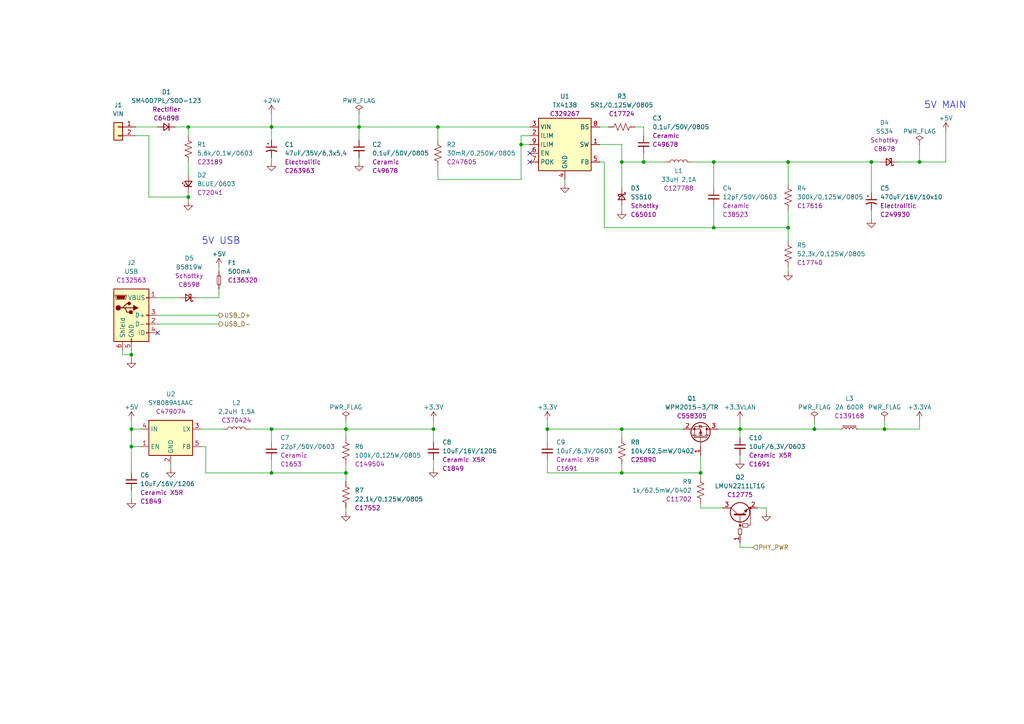
<source format=kicad_sch>
(kicad_sch (version 20230121) (generator eeschema)
  (paper "A4")
  (title_block (title "ESP 16x 24VDC Input 16x External Relay Output Module") (date "2022-10-20") (rev "V1"))
  (lib_symbols
    (symbol "Connector:USB_B_Micro" (pin_names (offset 1.016))
      (property "Reference" "J" (at -5.08 11.43 0))
      (property "Value" "USB_B_Micro" (at -5.08 8.89 0))
      (symbol "USB_B_Micro_0_1"
        (rectangle (start -5.08 -7.62) (end 5.08 7.62) (stroke (width 0.254)) (fill (type background)))
        (circle (center -3.81 2.159) (radius 0.635) (stroke (width 0.254)) (fill (type outline)))
        (circle (center -0.635 3.429) (radius 0.381) (stroke (width 0.254)) (fill (type outline)))
        (rectangle (start -0.127 -7.62) (end 0.127 -6.858))
        (polyline (pts (xy -1.905 2.159) (xy 0.635 2.159)) (stroke (width 0.254)))
        (polyline (pts (xy -3.175 2.159) (xy -2.54 2.159) (xy -1.27 3.429) (xy -0.635 3.429)) (stroke (width 0.254)))
        (polyline (pts (xy -2.54 2.159) (xy -1.905 2.159) (xy -1.27 0.889) (xy 0 0.889)) (stroke (width 0.254)))
        (polyline (pts (xy 0.635 2.794) (xy 0.635 1.524) (xy 1.905 2.159) (xy 0.635 2.794)) (stroke (width 0.254)) (fill (type outline)))
        (polyline (pts (xy -4.318 5.588) (xy -1.778 5.588) (xy -2.032 4.826) (xy -4.064 4.826) (xy -4.318 5.588)) (fill (type outline)))
        (polyline (pts (xy -4.699 5.842) (xy -4.699 5.588) (xy -4.445 4.826) (xy -4.445 4.572) (xy -1.651 4.572) (xy -1.651 4.826) (xy -1.397 5.588) (xy -1.397 5.842) (xy -4.699 5.842)))
        (rectangle (start 0.254 1.27) (end -0.508 0.508) (stroke (width 0.254)) (fill (type outline)))
        (rectangle (start 5.08 -5.207) (end 4.318 -4.953))
        (rectangle (start 5.08 -2.667) (end 4.318 -2.413))
        (rectangle (start 5.08 -0.127) (end 4.318 0.127))
        (rectangle (start 5.08 4.953) (end 4.318 5.207))
      )
      (symbol "USB_B_Micro_1_1"
        (pin power_out line (at 7.62 5.08 180) (length 2.54) (name "VBUS") (number "1"))
        (pin bidirectional line (at 7.62 -2.54 180) (length 2.54) (name "D-") (number "2"))
        (pin bidirectional line (at 7.62 0 180) (length 2.54) (name "D+") (number "3"))
        (pin passive line (at 7.62 -5.08 180) (length 2.54) (name "ID") (number "4"))
        (pin power_out line (at 0 -10.16 90) (length 2.54) (name "GND") (number "5"))
        (pin passive line (at -2.54 -10.16 90) (length 2.54) (name "Shield") (number "6"))
      )
    )
    (symbol "Connector_Generic:Conn_01x02" (pin_names (offset 1.016) hide)
      (property "Reference" "J" (at 0 2.54 0))
      (property "Value" "Conn_01x02" (at 0 -5.08 0))
      (symbol "Conn_01x02_1_1"
        (rectangle (start -1.27 -2.413) (end 0 -2.667) (stroke (width 0.1524)))
        (rectangle (start -1.27 0.127) (end 0 -0.127) (stroke (width 0.1524)))
        (rectangle (start -1.27 1.27) (end 1.27 -3.81) (stroke (width 0.254)) (fill (type background)))
        (pin passive line (at -5.08 0 0) (length 3.81) (name "Pin_1") (number "1"))
        (pin passive line (at -5.08 -2.54 0) (length 3.81) (name "Pin_2") (number "2"))
      )
    )
    (symbol "Device:C_Polarized_Small_US" (pin_numbers hide) (pin_names (offset 0.254) hide)
      (property "Reference" "C" (at 0.254 1.778 0))
      (property "Value" "C_Polarized_Small_US" (at 0.254 -2.032 0))
      (symbol "C_Polarized_Small_US_0_1"
        (polyline (pts (xy -1.524 0.508) (xy 1.524 0.508)) (stroke (width 0.3048)))
        (polyline (pts (xy -1.27 1.524) (xy -0.762 1.524)))
        (polyline (pts (xy -1.016 1.27) (xy -1.016 1.778)))
        (arc (start 1.524 -0.762) (mid 0 -0.3734) (end -1.524 -0.762) (stroke (width 0.3048)))
      )
      (symbol "C_Polarized_Small_US_1_1"
        (pin passive line (at 0 2.54 270) (length 2.032) (name "~") (number "1"))
        (pin passive line (at 0 -2.54 90) (length 2.032) (name "~") (number "2"))
      )
    )
    (symbol "Device:C_Small" (pin_numbers hide) (pin_names (offset 0.254) hide)
      (property "Reference" "C" (at 0.254 1.778 0))
      (property "Value" "C_Small" (at 0.254 -2.032 0))
      (symbol "C_Small_0_1"
        (polyline (pts (xy -1.524 -0.508) (xy 1.524 -0.508)) (stroke (width 0.3302)))
        (polyline (pts (xy -1.524 0.508) (xy 1.524 0.508)) (stroke (width 0.3048)))
      )
      (symbol "C_Small_1_1"
        (pin passive line (at 0 2.54 270) (length 2.032) (name "~") (number "1"))
        (pin passive line (at 0 -2.54 90) (length 2.032) (name "~") (number "2"))
      )
    )
    (symbol "Device:D_Schottky_Small" (pin_numbers hide) (pin_names (offset 0.254) hide)
      (property "Reference" "D" (at -1.27 2.032 0))
      (property "Value" "D_Schottky_Small" (at -7.112 -2.032 0))
      (symbol "D_Schottky_Small_0_1"
        (polyline (pts (xy -0.762 0) (xy 0.762 0)))
        (polyline (pts (xy 0.762 -1.016) (xy -0.762 0) (xy 0.762 1.016) (xy 0.762 -1.016)) (stroke (width 0.254)))
        (polyline (pts (xy -1.27 0.762) (xy -1.27 1.016) (xy -0.762 1.016) (xy -0.762 -1.016) (xy -0.254 -1.016) (xy -0.254 -0.762)) (stroke (width 0.254)))
      )
      (symbol "D_Schottky_Small_1_1"
        (pin passive line (at -2.54 0 0) (length 1.778) (name "K") (number "1"))
        (pin passive line (at 2.54 0 180) (length 1.778) (name "A") (number "2"))
      )
    )
    (symbol "Device:D_Small" (pin_numbers hide) (pin_names (offset 0.254) hide)
      (property "Reference" "D" (at -1.27 2.032 0))
      (property "Value" "D_Small" (at -3.81 -2.032 0))
      (symbol "D_Small_0_1"
        (polyline (pts (xy -0.762 -1.016) (xy -0.762 1.016)) (stroke (width 0.254)))
        (polyline (pts (xy -0.762 0) (xy 0.762 0)))
        (polyline (pts (xy 0.762 -1.016) (xy -0.762 0) (xy 0.762 1.016) (xy 0.762 -1.016)) (stroke (width 0.254)))
      )
      (symbol "D_Small_1_1"
        (pin passive line (at -2.54 0 0) (length 1.778) (name "K") (number "1"))
        (pin passive line (at 2.54 0 180) (length 1.778) (name "A") (number "2"))
      )
    )
    (symbol "Device:Fuse_Small" (pin_numbers hide) (pin_names (offset 0.254) hide)
      (property "Reference" "F" (at 0 -1.524 0))
      (property "Value" "Fuse_Small" (at 0 1.524 0))
      (symbol "Fuse_Small_0_1"
        (rectangle (start -1.27 0.508) (end 1.27 -0.508))
        (polyline (pts (xy -1.27 0) (xy 1.27 0)))
      )
      (symbol "Fuse_Small_1_1"
        (pin passive line (at -2.54 0 0) (length 1.27) (name "~") (number "1"))
        (pin passive line (at 2.54 0 180) (length 1.27) (name "~") (number "2"))
      )
    )
    (symbol "Device:L" (pin_numbers hide) (pin_names (offset 1.016) hide)
      (property "Reference" "L" (at -1.27 0 90))
      (property "Value" "L" (at 1.905 0 90))
      (symbol "L_0_1"
        (arc (start 0 -2.54) (mid 0.6323 -1.905) (end 0 -1.27))
        (arc (start 0 -1.27) (mid 0.6323 -0.635) (end 0 0))
        (arc (start 0 0) (mid 0.6323 0.635) (end 0 1.27))
        (arc (start 0 1.27) (mid 0.6323 1.905) (end 0 2.54))
      )
      (symbol "L_1_1"
        (pin passive line (at 0 3.81 270) (length 1.27) (name "1") (number "1"))
        (pin passive line (at 0 -3.81 90) (length 1.27) (name "2") (number "2"))
      )
    )
    (symbol "Device:LED_Small" (pin_numbers hide) (pin_names (offset 0.254) hide)
      (property "Reference" "D" (at -1.27 3.175 0))
      (property "Value" "LED_Small" (at -4.445 -2.54 0))
      (symbol "LED_Small_0_1"
        (polyline (pts (xy -0.762 -1.016) (xy -0.762 1.016)) (stroke (width 0.254)))
        (polyline (pts (xy 1.016 0) (xy -0.762 0)))
        (polyline (pts (xy 0.762 -1.016) (xy -0.762 0) (xy 0.762 1.016) (xy 0.762 -1.016)) (stroke (width 0.254)))
        (polyline (pts (xy 0 0.762) (xy -0.508 1.27) (xy -0.254 1.27) (xy -0.508 1.27) (xy -0.508 1.016)))
        (polyline (pts (xy 0.508 1.27) (xy 0 1.778) (xy 0.254 1.778) (xy 0 1.778) (xy 0 1.524)))
      )
      (symbol "LED_Small_1_1"
        (pin passive line (at -2.54 0 0) (length 1.778) (name "K") (number "1"))
        (pin passive line (at 2.54 0 180) (length 1.778) (name "A") (number "2"))
      )
    )
    (symbol "Device:L_Ferrite_Small" (pin_numbers hide) (pin_names (offset 0.254) hide)
      (property "Reference" "L" (at 1.27 1.016 0))
      (property "Value" "L_Ferrite_Small" (at 1.27 -1.27 0))
      (symbol "L_Ferrite_Small_0_1"
        (arc (start 0 -2.032) (mid 0.5058 -1.524) (end 0 -1.016))
        (arc (start 0 -1.016) (mid 0.5058 -0.508) (end 0 0))
        (polyline (pts (xy 0.762 -1.905) (xy 0.762 -1.651)))
        (polyline (pts (xy 0.762 -1.397) (xy 0.762 -1.143)))
        (polyline (pts (xy 0.762 -0.889) (xy 0.762 -0.635)))
        (polyline (pts (xy 0.762 -0.381) (xy 0.762 -0.127)))
        (polyline (pts (xy 0.762 0.127) (xy 0.762 0.381)))
        (polyline (pts (xy 0.762 0.635) (xy 0.762 0.889)))
        (polyline (pts (xy 0.762 1.143) (xy 0.762 1.397)))
        (polyline (pts (xy 0.762 1.651) (xy 0.762 1.905)))
        (polyline (pts (xy 1.016 -1.651) (xy 1.016 -1.905)))
        (polyline (pts (xy 1.016 -1.143) (xy 1.016 -1.397)))
        (polyline (pts (xy 1.016 -0.635) (xy 1.016 -0.889)))
        (polyline (pts (xy 1.016 -0.127) (xy 1.016 -0.381)))
        (polyline (pts (xy 1.016 0.381) (xy 1.016 0.127)))
        (polyline (pts (xy 1.016 0.889) (xy 1.016 0.635)))
        (polyline (pts (xy 1.016 1.397) (xy 1.016 1.143)))
        (polyline (pts (xy 1.016 1.905) (xy 1.016 1.651)))
        (arc (start 0 0) (mid 0.5058 0.508) (end 0 1.016))
        (arc (start 0 1.016) (mid 0.5058 1.524) (end 0 2.032))
      )
      (symbol "L_Ferrite_Small_1_1"
        (pin passive line (at 0 2.54 270) (length 0.508) (name "~") (number "1"))
        (pin passive line (at 0 -2.54 90) (length 0.508) (name "~") (number "2"))
      )
    )
    (symbol "Device:Q_NPN_BEC_BRT" (pin_names hide)
      (property "Reference" "Q" (at 3.81 1.27 0))
      (property "Value" "Q_NPN_BEC_BRT" (at 3.81 -1.27 0))
      (symbol "Q_NPN_BEC_BRT_0_1"
        (rectangle (start -6.35 0.508) (end -4.826 -0.508))
        (rectangle (start -4.318 -2.286) (end -3.302 -0.762))
        (circle (center -3.81 0) (radius 0.254) (fill (type outline)))
        (polyline (pts (xy -3.81 -0.762) (xy -3.81 0)))
        (polyline (pts (xy -0.762 0) (xy -4.826 0)))
        (polyline (pts (xy -0.635 1.524) (xy -0.635 -1.524)) (stroke (width 0.508)))
        (polyline (pts (xy -3.81 -2.286) (xy -3.81 -3.048) (xy 1.27 -3.048)))
        (circle (center 1.27 -3.048) (radius 0.254) (fill (type outline)))
      )
      (symbol "Q_NPN_BEC_BRT_1_1"
        (polyline (pts (xy -0.635 0.635) (xy 1.27 2.54)))
        (polyline (pts (xy -0.635 -0.635) (xy 1.27 -2.54) (xy 1.27 -2.54)))
        (polyline (pts (xy 0 -1.778) (xy 0.508 -1.27) (xy 1.016 -2.286) (xy 0 -1.778) (xy 0 -1.778)) (fill (type outline)))
        (circle (center 0 0) (radius 2.8194) (stroke (width 0.254)))
        (pin input line (at -8.89 0 0) (length 2.54) (name "B") (number "1"))
        (pin passive line (at 1.27 -5.08 90) (length 2.54) (name "E") (number "2"))
        (pin passive line (at 1.27 5.08 270) (length 2.54) (name "C") (number "3"))
      )
    )
    (symbol "Device:Q_PMOS_GSD" (pin_names (offset 0) hide)
      (property "Reference" "Q" (at 5.08 1.27 0))
      (property "Value" "Q_PMOS_GSD" (at 5.08 -1.27 0))
      (symbol "Q_PMOS_GSD_0_1"
        (polyline (pts (xy 0.254 0) (xy -2.54 0)))
        (polyline (pts (xy 0.254 1.905) (xy 0.254 -1.905)) (stroke (width 0.254)))
        (polyline (pts (xy 0.762 -1.27) (xy 0.762 -2.286)) (stroke (width 0.254)))
        (polyline (pts (xy 0.762 0.508) (xy 0.762 -0.508)) (stroke (width 0.254)))
        (polyline (pts (xy 0.762 2.286) (xy 0.762 1.27)) (stroke (width 0.254)))
        (polyline (pts (xy 2.54 2.54) (xy 2.54 1.778)))
        (polyline (pts (xy 2.54 -2.54) (xy 2.54 0) (xy 0.762 0)))
        (polyline (pts (xy 0.762 1.778) (xy 3.302 1.778) (xy 3.302 -1.778) (xy 0.762 -1.778)))
        (polyline (pts (xy 2.286 0) (xy 1.27 0.381) (xy 1.27 -0.381) (xy 2.286 0)) (fill (type outline)))
        (polyline (pts (xy 2.794 -0.508) (xy 2.921 -0.381) (xy 3.683 -0.381) (xy 3.81 -0.254)))
        (polyline (pts (xy 3.302 -0.381) (xy 2.921 0.254) (xy 3.683 0.254) (xy 3.302 -0.381)))
        (circle (center 1.651 0) (radius 2.794) (stroke (width 0.254)))
        (circle (center 2.54 -1.778) (radius 0.254) (fill (type outline)))
        (circle (center 2.54 1.778) (radius 0.254) (fill (type outline)))
      )
      (symbol "Q_PMOS_GSD_1_1"
        (pin input line (at -5.08 0 0) (length 2.54) (name "G") (number "1"))
        (pin passive line (at 2.54 -5.08 90) (length 2.54) (name "S") (number "2"))
        (pin passive line (at 2.54 5.08 270) (length 2.54) (name "D") (number "3"))
      )
    )
    (symbol "Device:R_US" (pin_numbers hide) (pin_names (offset 0))
      (property "Reference" "R" (at 2.54 0 90))
      (property "Value" "R_US" (at -2.54 0 90))
      (symbol "R_US_0_1"
        (polyline (pts (xy 0 -2.286) (xy 0 -2.54)))
        (polyline (pts (xy 0 2.286) (xy 0 2.54)))
        (polyline (pts (xy 0 -0.762) (xy 1.016 -1.143) (xy 0 -1.524) (xy -1.016 -1.905) (xy 0 -2.286)))
        (polyline (pts (xy 0 0.762) (xy 1.016 0.381) (xy 0 0) (xy -1.016 -0.381) (xy 0 -0.762)))
        (polyline (pts (xy 0 2.286) (xy 1.016 1.905) (xy 0 1.524) (xy -1.016 1.143) (xy 0 0.762)))
      )
      (symbol "R_US_1_1"
        (pin passive line (at 0 3.81 270) (length 1.27) (name "~") (number "1"))
        (pin passive line (at 0 -3.81 90) (length 1.27) (name "~") (number "2"))
      )
    )
    (symbol "Tales:+3.3V" (power) (pin_names (offset 0))
      (property "Value" "+3.3V" (at 0 3.556 0))
      (symbol "+3.3V_0_1"
        (polyline (pts (xy -0.762 1.27) (xy 0 2.54)))
        (polyline (pts (xy 0 0) (xy 0 2.54)))
        (polyline (pts (xy 0 2.54) (xy 0.762 1.27)))
      )
      (symbol "+3.3V_1_1"
        (pin power_in line (at 0 0 90) (length 0) hide (name "+3.3V") (number "1"))
      )
    )
    (symbol "Tales:+3.3VLAN" (power) (pin_names (offset 0))
      (property "Value" "+3.3VLAN" (at 0 3.556 0))
      (symbol "+3.3VLAN_0_1"
        (polyline (pts (xy -0.762 1.27) (xy 0 2.54)))
        (polyline (pts (xy 0 0) (xy 0 2.54)))
        (polyline (pts (xy 0 2.54) (xy 0.762 1.27)))
      )
      (symbol "+3.3VLAN_1_1"
        (pin power_in line (at 0 0 90) (length 0) hide (name "+3.3VLAN") (number "1"))
      )
    )
    (symbol "Tales:SY8089AAAC"
      (property "Reference" "U" (at 0 10.16 0))
      (property "Value" "SY8089AAAC" (at 0 7.62 0))
      (symbol "SY8089AAAC_0_1"
        (rectangle (start -6.35 5.08) (end 6.35 -5.08) (stroke (width 0.254)) (fill (type background)))
      )
      (symbol "SY8089AAAC_1_1"
        (pin input line (at -8.89 -2.54 0) (length 2.54) (name "EN") (number "1"))
        (pin power_in line (at 0 -7.62 90) (length 2.54) (name "GND") (number "2"))
        (pin power_out line (at 8.89 2.54 180) (length 2.54) (name "LX") (number "3"))
        (pin power_in line (at -8.89 2.54 0) (length 2.54) (name "IN") (number "4"))
        (pin input line (at 8.89 -2.54 180) (length 2.54) (name "FB") (number "5"))
      )
    )
    (symbol "Tales:TX4138"
      (property "Reference" "U" (at 0 12.7 0))
      (property "Value" "TX4138" (at 0 10.16 0))
      (symbol "TX4138_0_1"
        (rectangle (start -7.62 7.62) (end 7.62 -7.62) (stroke (width 0.254)) (fill (type background)))
      )
      (symbol "TX4138_1_1"
        (pin power_out line (at 10.16 0 180) (length 2.54) (name "SW") (number "1"))
        (pin input line (at -10.16 2.54 0) (length 2.54) (name "ILIM") (number "2"))
        (pin power_in line (at -10.16 5.08 0) (length 2.54) (name "VIN") (number "3"))
        (pin power_in line (at 0 -10.16 90) (length 2.54) (name "GND") (number "4"))
        (pin input line (at 10.16 -5.08 180) (length 2.54) (name "FB") (number "5"))
        (pin input line (at -10.16 -2.54 0) (length 2.54) (name "EN") (number "6"))
        (pin output line (at -10.16 -5.08 0) (length 2.54) (name "POK") (number "7"))
        (pin output line (at 10.16 5.08 180) (length 2.54) (name "BS") (number "8"))
        (pin input line (at -10.16 0 0) (length 2.54) (name "ILIM") (number "9"))
      )
    )
    (symbol "power:+24V" (power) (pin_names (offset 0))
      (property "Value" "+24V" (at 0 3.556 0))
      (symbol "+24V_0_1"
        (polyline (pts (xy -0.762 1.27) (xy 0 2.54)))
        (polyline (pts (xy 0 0) (xy 0 2.54)))
        (polyline (pts (xy 0 2.54) (xy 0.762 1.27)))
      )
      (symbol "+24V_1_1"
        (pin power_in line (at 0 0 90) (length 0) hide (name "+24V") (number "1"))
      )
    )
    (symbol "power:+3.3VA" (power) (pin_names (offset 0))
      (property "Value" "+3.3VA" (at 0 3.556 0))
      (symbol "+3.3VA_0_1"
        (polyline (pts (xy -0.762 1.27) (xy 0 2.54)))
        (polyline (pts (xy 0 0) (xy 0 2.54)))
        (polyline (pts (xy 0 2.54) (xy 0.762 1.27)))
      )
      (symbol "+3.3VA_1_1"
        (pin power_in line (at 0 0 90) (length 0) hide (name "+3.3VA") (number "1"))
      )
    )
    (symbol "power:+5V" (power) (pin_names (offset 0))
      (property "Value" "+5V" (at 0 3.556 0))
      (symbol "+5V_0_1"
        (polyline (pts (xy -0.762 1.27) (xy 0 2.54)))
        (polyline (pts (xy 0 0) (xy 0 2.54)))
        (polyline (pts (xy 0 2.54) (xy 0.762 1.27)))
      )
      (symbol "+5V_1_1"
        (pin power_in line (at 0 0 90) (length 0) hide (name "+5V") (number "1"))
      )
    )
    (symbol "power:GND" (power) (pin_names (offset 0))
      (property "Value" "GND" (at 0 -3.81 0))
      (symbol "GND_0_1"
        (polyline (pts (xy 0 0) (xy 0 -1.27) (xy 1.27 -1.27) (xy 0 -2.54) (xy -1.27 -1.27) (xy 0 -1.27)))
      )
      (symbol "GND_1_1"
        (pin power_in line (at 0 0 270) (length 0) hide (name "GND") (number "1"))
      )
    )
    (symbol "power:PWR_FLAG" (power) (pin_numbers hide) (pin_names (offset 0) hide)
      (property "Value" "PWR_FLAG" (at 0 3.81 0))
      (symbol "PWR_FLAG_0_0"
        (pin power_out line (at 0 0 90) (length 0) (name "pwr") (number "1"))
      )
      (symbol "PWR_FLAG_0_1"
        (polyline (pts (xy 0 0) (xy 0 1.27) (xy -1.016 1.905) (xy 0 2.54) (xy 1.016 1.905) (xy 0 1.27)))
      )
    )
  )
  (junction (at 180.34 46.99))
  (junction (at 180.34 124.46))
  (junction (at 151.13 41.91))
  (junction (at 125.73 124.46))
  (junction (at 236.22 124.46))
  (junction (at 207.01 66.04))
  (junction (at 266.7 46.99))
  (junction (at 54.61 36.83))
  (junction (at 256.54 124.46))
  (junction (at 127 36.83))
  (junction (at 180.34 137.16))
  (junction (at 104.14 36.83))
  (junction (at 78.74 137.16))
  (junction (at 228.6 66.04))
  (junction (at 38.1 129.54))
  (junction (at 186.69 46.99))
  (junction (at 252.73 46.99))
  (junction (at 214.63 124.46))
  (junction (at 207.01 46.99))
  (junction (at 38.1 124.46))
  (junction (at 54.61 57.15))
  (junction (at 158.75 124.46))
  (junction (at 78.74 36.83))
  (junction (at 203.2 137.16))
  (junction (at 100.33 124.46))
  (junction (at 78.74 124.46))
  (junction (at 38.1 102.87))
  (junction (at 100.33 137.16))
  (junction (at 228.6 46.99))
  (no_connect (at 153.67 46.99))
  (no_connect (at 153.67 44.45))
  (no_connect (at 45.72 96.52))
  (wire (pts (xy 228.6 46.99) (xy 252.73 46.99)))
  (wire (pts (xy 252.73 46.99) (xy 255.27 46.99)))
  (wire (pts (xy 180.34 46.99) (xy 180.34 54.61)))
  (wire (pts (xy 78.74 133.35) (xy 78.74 137.16)))
  (wire (pts (xy 127 36.83) (xy 153.67 36.83)))
  (wire (pts (xy 125.73 128.27) (xy 125.73 124.46)))
  (wire (pts (xy 228.6 46.99) (xy 228.6 53.34)))
  (wire (pts (xy 180.34 41.91) (xy 180.34 46.99)))
  (wire (pts (xy 125.73 133.35) (xy 125.73 135.89)))
  (wire (pts (xy 203.2 137.16) (xy 203.2 138.43)))
  (wire (pts (xy 54.61 55.88) (xy 54.61 57.15)))
  (wire (pts (xy 203.2 132.08) (xy 203.2 137.16)))
  (wire (pts (xy 100.33 124.46) (xy 100.33 127)))
  (wire (pts (xy 39.37 36.83) (xy 45.72 36.83)))
  (wire (pts (xy 228.6 60.96) (xy 228.6 66.04)))
  (wire (pts (xy 49.53 134.62) (xy 49.53 135.89)))
  (wire (pts (xy 127 52.07) (xy 151.13 52.07)))
  (wire (pts (xy 158.75 133.35) (xy 158.75 137.16)))
  (wire (pts (xy 38.1 142.24) (xy 38.1 144.78)))
  (wire (pts (xy 104.14 36.83) (xy 127 36.83)))
  (wire (pts (xy 100.33 134.62) (xy 100.33 137.16)))
  (wire (pts (xy 38.1 124.46) (xy 40.64 124.46)))
  (wire (pts (xy 78.74 124.46) (xy 100.33 124.46)))
  (wire (pts (xy 78.74 36.83) (xy 78.74 40.64)))
  (wire (pts (xy 78.74 33.02) (xy 78.74 36.83)))
  (wire (pts (xy 100.33 147.32) (xy 100.33 148.59)))
  (wire (pts (xy 45.72 91.44) (xy 63.5 91.44)))
  (wire (pts (xy 54.61 36.83) (xy 78.74 36.83)))
  (wire (pts (xy 207.01 66.04) (xy 207.01 59.69)))
  (wire (pts (xy 54.61 36.83) (xy 54.61 39.37)))
  (wire (pts (xy 72.39 124.46) (xy 78.74 124.46)))
  (wire (pts (xy 266.7 46.99) (xy 274.32 46.99)))
  (wire (pts (xy 222.25 147.32) (xy 222.25 148.59)))
  (wire (pts (xy 158.75 121.92) (xy 158.75 124.46)))
  (wire (pts (xy 214.63 124.46) (xy 236.22 124.46)))
  (wire (pts (xy 274.32 46.99) (xy 274.32 38.1)))
  (wire (pts (xy 45.72 86.36) (xy 52.07 86.36)))
  (wire (pts (xy 100.33 137.16) (xy 100.33 139.7)))
  (wire (pts (xy 127 48.26) (xy 127 52.07)))
  (wire (pts (xy 222.25 147.32) (xy 219.71 147.32)))
  (wire (pts (xy 38.1 101.6) (xy 38.1 102.87)))
  (wire (pts (xy 173.99 46.99) (xy 175.26 46.99)))
  (wire (pts (xy 151.13 52.07) (xy 151.13 41.91)))
  (wire (pts (xy 256.54 124.46) (xy 248.92 124.46)))
  (wire (pts (xy 78.74 137.16) (xy 100.33 137.16)))
  (wire (pts (xy 38.1 129.54) (xy 38.1 137.16)))
  (wire (pts (xy 214.63 124.46) (xy 214.63 127)))
  (wire (pts (xy 200.66 46.99) (xy 207.01 46.99)))
  (wire (pts (xy 78.74 45.72) (xy 78.74 46.99)))
  (wire (pts (xy 228.6 66.04) (xy 228.6 69.85)))
  (wire (pts (xy 198.12 124.46) (xy 180.34 124.46)))
  (wire (pts (xy 38.1 121.92) (xy 38.1 124.46)))
  (wire (pts (xy 57.15 86.36) (xy 63.5 86.36)))
  (wire (pts (xy 208.28 124.46) (xy 214.63 124.46)))
  (wire (pts (xy 180.34 134.62) (xy 180.34 137.16)))
  (wire (pts (xy 158.75 137.16) (xy 180.34 137.16)))
  (wire (pts (xy 100.33 121.92) (xy 100.33 124.46)))
  (wire (pts (xy 59.69 137.16) (xy 78.74 137.16)))
  (wire (pts (xy 151.13 41.91) (xy 151.13 39.37)))
  (wire (pts (xy 207.01 46.99) (xy 207.01 54.61)))
  (wire (pts (xy 38.1 102.87) (xy 38.1 104.14)))
  (wire (pts (xy 158.75 124.46) (xy 180.34 124.46)))
  (wire (pts (xy 78.74 36.83) (xy 104.14 36.83)))
  (wire (pts (xy 173.99 36.83) (xy 176.53 36.83)))
  (wire (pts (xy 54.61 46.99) (xy 54.61 50.8)))
  (wire (pts (xy 38.1 124.46) (xy 38.1 129.54)))
  (wire (pts (xy 50.8 36.83) (xy 54.61 36.83)))
  (wire (pts (xy 127 36.83) (xy 127 40.64)))
  (wire (pts (xy 203.2 147.32) (xy 209.55 147.32)))
  (wire (pts (xy 104.14 36.83) (xy 104.14 40.64)))
  (wire (pts (xy 214.63 158.75) (xy 218.44 158.75)))
  (wire (pts (xy 186.69 44.45) (xy 186.69 46.99)))
  (wire (pts (xy 35.56 101.6) (xy 35.56 102.87)))
  (wire (pts (xy 186.69 36.83) (xy 186.69 39.37)))
  (wire (pts (xy 39.37 39.37) (xy 43.18 39.37)))
  (wire (pts (xy 180.34 60.96) (xy 180.34 59.69)))
  (wire (pts (xy 163.83 52.07) (xy 163.83 53.34)))
  (wire (pts (xy 125.73 124.46) (xy 100.33 124.46)))
  (wire (pts (xy 184.15 36.83) (xy 186.69 36.83)))
  (wire (pts (xy 43.18 39.37) (xy 43.18 57.15)))
  (wire (pts (xy 175.26 66.04) (xy 207.01 66.04)))
  (wire (pts (xy 256.54 121.92) (xy 256.54 124.46)))
  (wire (pts (xy 151.13 41.91) (xy 153.67 41.91)))
  (wire (pts (xy 252.73 55.88) (xy 252.73 46.99)))
  (wire (pts (xy 38.1 129.54) (xy 40.64 129.54)))
  (wire (pts (xy 266.7 124.46) (xy 256.54 124.46)))
  (wire (pts (xy 207.01 66.04) (xy 228.6 66.04)))
  (wire (pts (xy 59.69 129.54) (xy 59.69 137.16)))
  (wire (pts (xy 228.6 77.47) (xy 228.6 78.74)))
  (wire (pts (xy 158.75 128.27) (xy 158.75 124.46)))
  (wire (pts (xy 180.34 137.16) (xy 203.2 137.16)))
  (wire (pts (xy 173.99 41.91) (xy 180.34 41.91)))
  (wire (pts (xy 175.26 46.99) (xy 175.26 66.04)))
  (wire (pts (xy 214.63 121.92) (xy 214.63 124.46)))
  (wire (pts (xy 214.63 157.48) (xy 214.63 158.75)))
  (wire (pts (xy 104.14 45.72) (xy 104.14 46.99)))
  (wire (pts (xy 45.72 93.98) (xy 63.5 93.98)))
  (wire (pts (xy 63.5 83.82) (xy 63.5 86.36)))
  (wire (pts (xy 125.73 121.92) (xy 125.73 124.46)))
  (wire (pts (xy 104.14 33.02) (xy 104.14 36.83)))
  (wire (pts (xy 236.22 121.92) (xy 236.22 124.46)))
  (wire (pts (xy 180.34 124.46) (xy 180.34 127)))
  (wire (pts (xy 243.84 124.46) (xy 236.22 124.46)))
  (wire (pts (xy 58.42 124.46) (xy 64.77 124.46)))
  (wire (pts (xy 54.61 57.15) (xy 54.61 58.42)))
  (wire (pts (xy 63.5 77.47) (xy 63.5 78.74)))
  (wire (pts (xy 252.73 60.96) (xy 252.73 63.5)))
  (wire (pts (xy 203.2 146.05) (xy 203.2 147.32)))
  (wire (pts (xy 266.7 124.46) (xy 266.7 121.92)))
  (wire (pts (xy 214.63 132.08) (xy 214.63 133.35)))
  (wire (pts (xy 186.69 46.99) (xy 193.04 46.99)))
  (wire (pts (xy 58.42 129.54) (xy 59.69 129.54)))
  (wire (pts (xy 260.35 46.99) (xy 266.7 46.99)))
  (wire (pts (xy 151.13 39.37) (xy 153.67 39.37)))
  (wire (pts (xy 180.34 46.99) (xy 186.69 46.99)))
  (wire (pts (xy 266.7 41.91) (xy 266.7 46.99)))
  (wire (pts (xy 43.18 57.15) (xy 54.61 57.15)))
  (wire (pts (xy 78.74 124.46) (xy 78.74 128.27)))
  (wire (pts (xy 35.56 102.87) (xy 38.1 102.87)))
  (wire (pts (xy 228.6 46.99) (xy 207.01 46.99)))
  (text "5V MAIN" (at 267.97 31.75 0) (effects (font (size 2 2)) (justify left bottom)))
  (text "5V USB" (at 58.42 71.12 0) (effects (font (size 2 2)) (justify left bottom)))
  (hierarchical_label "USB_D-" (shape output) (at 63.5 93.98 0))
  (hierarchical_label "PHY_PWR" (shape input) (at 218.44 158.75 0))
  (hierarchical_label "USB_D+" (shape output) (at 63.5 91.44 0))
  (symbol (lib_id "Device:C_Small") (at 186.69 41.91 0) (unit 1)
    (property "Reference" "C3" (at 189.23 34.29 0) (effects (justify left)))
    (property "Value" "0,1uF/50V/0805" (at 189.23 36.83 0) (effects (justify left)))
    (property "Footprint" "Tales:C_0805_2012Metric" (effects hide))
    (property "Technology" "Ceramic" (at 189.23 39.37 0) (effects (justify left)))
    (property "Case" "0805/2012" (effects hide))
    (property "Mfr" "Yageo" (effects hide))
    (property "Mfr PN" "CC0805KRX7R9BB104" (effects hide))
    (property "Vendor" "JLCPCB" (effects hide))
    (property "Vendor PN" "C49678" (effects hide))
    (property "LCSC Part #" "C49678" (at 189.23 41.91 0) (effects (justify left)))
    (property "JLCPCB BOM" "1" (effects hide))
  )
  (symbol (lib_id "Device:R_US") (at 228.6 57.15 0) (unit 1)
    (property "Reference" "R4" (at 231.14 54.61 0) (effects (justify left)))
    (property "Value" "300k/0,125W/0805" (at 231.14 57.15 0) (effects (justify left)))
    (property "Footprint" "Tales:R_0805_2012Metric" (effects hide))
    (property "Case" "0805/2012" (effects hide))
    (property "JLCPCB BOM" "1" (effects hide))
    (property "LCSC Part #" "C17616" (at 231.14 59.69 0) (effects (justify left)))
    (property "Mfr" "Uniroyal" (effects hide))
    (property "Mfr PN" "0805W8F3003T5E" (effects hide))
    (property "Vendor" "JLCPCB" (effects hide))
    (property "Vendor PN" "C17616" (effects hide))
  )
  (symbol (lib_id "power:+24V") (at 78.74 33.02 0) (unit 1)
    (property "Reference" "#PWR0133" (effects hide))
    (property "Value" "+24V" (at 78.74 29.21 0))
  )
  (symbol (lib_id "Device:C_Small") (at 78.74 130.81 0) (unit 1)
    (property "Reference" "C7" (at 81.28 127 0) (effects (justify left)))
    (property "Value" "22pF/50V/0603" (at 81.28 129.54 0) (effects (justify left)))
    (property "Footprint" "Tales:C_0603_1608Metric" (effects hide))
    (property "Case" "0603/1608" (effects hide))
    (property "JLCPCB BOM" "1" (effects hide))
    (property "LCSC Part #" "C1653" (at 81.28 134.62 0) (effects (justify left)))
    (property "Mfr" "Samsung" (effects hide))
    (property "Mfr PN" "CL10C220JB8NNNC" (effects hide))
    (property "Technology" "Ceramic" (at 81.28 132.08 0) (effects (justify left)))
    (property "Vendor" "JLCPCB" (effects hide))
    (property "Vendor PN" "C1653" (effects hide))
  )
  (symbol (lib_id "Device:C_Small") (at 38.1 139.7 0) (unit 1)
    (property "Reference" "C6" (at 40.64 137.795 0) (effects (justify left)))
    (property "Value" "10uF/16V/1206" (at 40.64 140.335 0) (effects (justify left)))
    (property "Footprint" "Tales:C_1206_3216Metric" (effects hide))
    (property "Mfr" "Samsung" (effects hide))
    (property "Mfr PN" "CL31A106KOHNNNE" (effects hide))
    (property "JLCPCB BOM" "1" (effects hide))
    (property "LCSC Part #" "C1849" (at 40.64 145.415 0) (effects (justify left)))
    (property "Technology" "Ceramic X5R" (at 40.64 142.875 0) (effects (justify left)))
    (property "Vendor" "JLCPCB" (effects hide))
    (property "Vendor PN" "C1849" (effects hide))
    (property "Case" "1206/3216" (effects hide))
  )
  (symbol (lib_id "power:GND") (at 100.33 148.59 0) (unit 1)
    (property "Reference" "#PWR0135" (effects hide))
    (property "Value" "GNDREF" (effects hide))
  )
  (symbol (lib_id "Device:L") (at 196.85 46.99 90) (unit 1)
    (property "Reference" "L1" (at 196.85 49.53 90))
    (property "Value" "33uH 2,1A" (at 196.85 52.07 90))
    (property "Footprint" "Tales:L_12x12mm_H6mm" (effects hide))
    (property "Case" "12x12" (effects hide))
    (property "JLCPCB BOM" "1" (effects hide))
    (property "LCSC Part #" "C127788" (at 196.85 54.61 90))
    (property "Mfr" "Sunlord" (effects hide))
    (property "Mfr PN" "SWRH1205B-330MT" (effects hide))
    (property "Vendor" "JLCPCB" (effects hide))
    (property "Vendor PN" "C127788" (effects hide))
  )
  (symbol (lib_id "power:+5V") (at 63.5 77.47 0) (unit 1)
    (property "Reference" "#PWR0132" (effects hide))
    (property "Value" "+5V" (at 63.5 73.66 0))
  )
  (symbol (lib_id "Tales:SY8089AAAC") (at 49.53 127 0) (unit 1)
    (property "Reference" "U2" (at 49.53 114.3 0))
    (property "Value" "SY8089A1AAC" (at 49.53 116.84 0))
    (property "Footprint" "Tales:TSOT-23-5" (effects hide))
    (property "Case" "SOT-23-5" (effects hide))
    (property "JLCPCB BOM" "1" (effects hide))
    (property "LCSC Part #" "C479074" (at 49.53 119.38 0))
    (property "Mfr" "Silergy" (effects hide))
    (property "Mfr PN" "SY8089A1AAC" (effects hide))
    (property "Vendor" "JLCPCB" (effects hide))
    (property "Vendor PN" "C479074" (effects hide))
  )
  (symbol (lib_id "power:GND") (at 125.73 135.89 0) (unit 1)
    (property "Reference" "#PWR0138" (effects hide))
    (property "Value" "GNDREF" (effects hide))
  )
  (symbol (lib_id "power:GND") (at 222.25 148.59 0) (unit 1)
    (property "Reference" "#PWR0144" (effects hide))
    (property "Value" "GNDREF" (effects hide))
  )
  (symbol (lib_id "power:GND") (at 38.1 104.14 0) (unit 1)
    (property "Reference" "#PWR0127" (effects hide))
    (property "Value" "GND" (effects hide))
  )
  (symbol (lib_id "Connector:USB_B_Micro") (at 38.1 91.44 0) (unit 1)
    (property "Reference" "J2" (at 38.1 76.2 0))
    (property "Value" "USB" (at 38.1 78.74 0))
    (property "Footprint" "Connector_USB:USB_Micro-B_Amphenol_10118194_Horizontal" (effects hide))
    (property "JLCPCB BOM" "1" (effects hide))
    (property "LCSC Part #" "C132563" (at 38.1 81.28 0))
    (property "Mfr" "Amphenol" (effects hide))
    (property "Mfr PN" "10118194-0001LF" (effects hide))
    (property "Vendor" "JLCPCB" (effects hide))
    (property "Vendor PN" "C132563" (effects hide))
  )
  (symbol (lib_id "Device:Fuse_Small") (at 63.5 81.28 90) (unit 1)
    (property "Reference" "F1" (at 66.04 76.2 90) (effects (justify right)))
    (property "Value" "500mA" (at 66.04 78.74 90) (effects (justify right)))
    (property "Footprint" "Tales:Fuse_0402_1005Metric" (effects hide))
    (property "JLCPCB BOM" "1" (effects hide))
    (property "LCSC Part #" "C136320" (at 66.04 81.28 90) (effects (justify right)))
    (property "Mfr" "JDT" (effects hide))
    (property "Mfr PN" "JFC0402-0500FS" (effects hide))
    (property "Vendor" "JLCPCB" (effects hide))
    (property "Vendor PN" "C136320" (effects hide))
    (property "Case" "0402" (effects hide))
  )
  (symbol (lib_id "Tales:+3.3VLAN") (at 214.63 121.92 0) (unit 1)
    (property "Reference" "#PWR0142" (effects hide))
    (property "Value" "+3.3VLAN" (at 214.63 118.11 0))
  )
  (symbol (lib_id "Device:D_Schottky_Small") (at 257.81 46.99 180) (unit 1)
    (property "Reference" "D4" (at 256.54 35.56 0))
    (property "Value" "SS34" (at 256.54 38.1 0))
    (property "Footprint" "Tales:D_SMA" (effects hide))
    (property "JLCPCB BOM" "1" (effects hide))
    (property "LCSC Part #" "C8678" (at 256.54 43.18 0))
    (property "Mfr" "Microdiode" (effects hide))
    (property "Mfr PN" "SS34" (effects hide))
    (property "Technology" "Schottky" (at 256.54 40.64 0))
    (property "Vendor" "JLCPCB" (effects hide))
    (property "Vendor PN" "C8678" (effects hide))
    (property "Case" "SMA" (effects hide))
  )
  (symbol (lib_id "power:PWR_FLAG") (at 266.7 41.91 0) (unit 1)
    (property "Reference" "#FLG06" (effects hide))
    (property "Value" "PWR_FLAG" (at 266.7 38.1 0))
  )
  (symbol (lib_id "power:+5V") (at 38.1 121.92 0) (unit 1)
    (property "Reference" "#PWR0128" (effects hide))
    (property "Value" "+5V" (at 38.1 118.11 0))
  )
  (symbol (lib_id "Device:D_Schottky_Small") (at 180.34 57.15 270) (unit 1)
    (property "Reference" "D3" (at 182.88 54.61 90) (effects (justify left)))
    (property "Value" "SS510" (at 182.88 57.15 90) (effects (justify left)))
    (property "Footprint" "Tales:D_SMA" (effects hide))
    (property "Case" "SMA" (effects hide))
    (property "JLCPCB BOM" "1" (effects hide))
    (property "LCSC Part #" "C65010" (at 182.88 62.23 90) (effects (justify left)))
    (property "Mfr" "Microdiode" (effects hide))
    (property "Mfr PN" "SS510" (effects hide))
    (property "Technology" "Schottky" (at 182.88 59.69 90) (effects (justify left)))
    (property "Vendor" "JLCPCB" (effects hide))
    (property "Vendor PN" "C65010" (effects hide))
  )
  (symbol (lib_id "Device:D_Small") (at 48.26 36.83 180) (unit 1)
    (property "Reference" "D1" (at 48.26 26.67 0))
    (property "Value" "SM4007PL/SOD-123" (at 48.26 29.21 0))
    (property "Footprint" "Tales:D_SOD-123" (effects hide))
    (property "Case" "SOD-123FL" (effects hide))
    (property "Technology" "Rectifier" (at 48.26 31.75 0))
    (property "Mfr" "Microdiode" (effects hide))
    (property "Mfr PN" "SM4007PL" (effects hide))
    (property "Vendor" "JLCPCB" (effects hide))
    (property "Vendor PN" "C64898" (effects hide))
    (property "LCSC Part #" "C64898" (at 48.26 34.29 0))
    (property "JLCPCB BOM" "1" (effects hide))
  )
  (symbol (lib_id "Device:R_US") (at 180.34 36.83 270) (unit 1)
    (property "Reference" "R3" (at 180.34 27.94 90))
    (property "Value" "5R1/0,125W/0805" (at 180.34 30.48 90))
    (property "Footprint" "Tales:R_0805_2012Metric" (effects hide))
    (property "Case" "0805/2012" (effects hide))
    (property "Mfr" "Uniroyal" (effects hide))
    (property "Mfr PN" "0805W8F510KT5E" (effects hide))
    (property "Vendor" "JLCPCB" (effects hide))
    (property "Vendor PN" "C17724" (effects hide))
    (property "LCSC Part #" "C17724" (at 180.34 33.02 90))
    (property "JLCPCB BOM" "1" (effects hide))
  )
  (symbol (lib_id "power:+3.3VA") (at 266.7 121.92 0) (unit 1)
    (property "Reference" "#PWR0147" (effects hide))
    (property "Value" "+3.3VA" (at 266.7 118.11 0))
  )
  (symbol (lib_id "power:PWR_FLAG") (at 104.14 33.02 0) (unit 1)
    (property "Reference" "#FLG03" (effects hide))
    (property "Value" "PWR_FLAG" (at 104.14 29.21 0))
  )
  (symbol (lib_id "Device:D_Schottky_Small") (at 54.61 86.36 180) (unit 1)
    (property "Reference" "D5" (at 54.864 74.93 0))
    (property "Value" "B5819W" (at 54.864 77.47 0))
    (property "Footprint" "Tales:D_SOD-123" (effects hide))
    (property "Technology" "Schottky" (at 54.864 80.01 0))
    (property "Vendor" "JLCPCB" (effects hide))
    (property "Case" "SOD-123" (effects hide))
    (property "JLCPCB BOM" "1" (effects hide))
    (property "LCSC Part #" "C8598" (at 54.864 82.55 0))
    (property "Mfr" "Jiangsu" (effects hide))
    (property "Mfr PN" "B5819W" (effects hide))
    (property "Vendor PN" "C8598" (effects hide))
  )
  (symbol (lib_id "Device:C_Small") (at 125.73 130.81 0) (unit 1)
    (property "Reference" "C8" (at 128.27 128.27 0) (effects (justify left)))
    (property "Value" "10uF/16V/1206" (at 128.27 130.81 0) (effects (justify left)))
    (property "Footprint" "Tales:C_1206_3216Metric" (effects hide))
    (property "Mfr" "Samsung" (effects hide))
    (property "Mfr PN" "CL31A106KOHNNNE" (effects hide))
    (property "JLCPCB BOM" "1" (effects hide))
    (property "LCSC Part #" "C1849" (at 128.27 135.89 0) (effects (justify left)))
    (property "Technology" "Ceramic X5R" (at 128.27 133.35 0) (effects (justify left)))
    (property "Vendor" "JLCPCB" (effects hide))
    (property "Vendor PN" "C1849" (effects hide))
    (property "Case" "1206/3216" (effects hide))
  )
  (symbol (lib_id "power:GND") (at 38.1 144.78 0) (unit 1)
    (property "Reference" "#PWR0129" (effects hide))
    (property "Value" "GNDREF" (effects hide))
  )
  (symbol (lib_id "power:GND") (at 214.63 133.35 0) (unit 1)
    (property "Reference" "#PWR0143" (effects hide))
    (property "Value" "GNDREF" (effects hide))
  )
  (symbol (lib_id "power:GND") (at 54.61 58.42 0) (unit 1)
    (property "Reference" "#PWR0131" (effects hide))
    (property "Value" "GND" (effects hide))
  )
  (symbol (lib_id "Device:LED_Small") (at 54.61 53.34 90) (unit 1)
    (property "Reference" "D2" (at 57.15 50.8 90) (effects (justify right)))
    (property "Value" "BLUE/0603" (at 57.15 53.34 90) (effects (justify right)))
    (property "Footprint" "Tales:LED_0603_1608Metric" (effects hide))
    (property "Case" "0603" (effects hide))
    (property "Mfr" "Everlight" (effects hide))
    (property "Mfr PN" "19-217/BHC-ZL1M2RY/3T" (effects hide))
    (property "Vendor" "JLCPCB" (effects hide))
    (property "Vendor PN" "C72041" (effects hide))
    (property "LCSC Part #" "C72041" (at 57.15 55.88 90) (effects (justify right)))
    (property "JLCPCB BOM" "1" (effects hide))
  )
  (symbol (lib_id "power:+5V") (at 274.32 38.1 0) (unit 1)
    (property "Reference" "#PWR0148" (effects hide))
    (property "Value" "+5V" (at 274.32 34.29 0))
  )
  (symbol (lib_id "Device:R_US") (at 127 44.45 0) (unit 1)
    (property "Reference" "R2" (at 129.54 41.91 0) (effects (justify left)))
    (property "Value" "30mR/0,250W/0805" (at 129.54 44.45 0) (effects (justify left)))
    (property "Footprint" "Tales:R_0805_2012Metric" (effects hide))
    (property "Case" "0805/2012" (effects hide))
    (property "Mfr" "Uniroyal" (effects hide))
    (property "Mfr PN" "0805W4F300MT5E" (effects hide))
    (property "Vendor" "JLCPCB" (effects hide))
    (property "Vendor PN" "C247605" (effects hide))
    (property "LCSC Part #" "C247605" (at 129.54 46.99 0) (effects (justify left)))
    (property "JLCPCB BOM" "1" (effects hide))
  )
  (symbol (lib_id "Device:C_Small") (at 214.63 129.54 0) (unit 1)
    (property "Reference" "C10" (at 217.17 127 0) (effects (justify left)))
    (property "Value" "10uF/6,3V/0603" (at 217.17 129.54 0) (effects (justify left)))
    (property "Footprint" "Tales:C_0603_1608Metric" (effects hide))
    (property "Mfr" "Samsung" (effects hide))
    (property "Mfr PN" "CL10A106MQ8NNNC" (effects hide))
    (property "JLCPCB BOM" "1" (effects hide))
    (property "LCSC Part #" "C1691" (at 217.17 134.62 0) (effects (justify left)))
    (property "Technology" "Ceramic X5R" (at 217.17 132.08 0) (effects (justify left)))
    (property "Vendor" "JLCPCB" (effects hide))
    (property "Vendor PN" "C1691" (effects hide))
    (property "Case" "0603/1608" (effects hide))
  )
  (symbol (lib_id "power:GND") (at 180.34 60.96 0) (unit 1)
    (property "Reference" "#PWR0141" (effects hide))
    (property "Value" "GNDREF" (effects hide))
  )
  (symbol (lib_id "Device:L_Ferrite_Small") (at 246.38 124.46 90) (unit 1)
    (property "Reference" "L3" (at 246.38 115.57 90))
    (property "Value" "2A 600R" (at 246.38 118.11 90))
    (property "Footprint" "Inductor_SMD:L_0805_2012Metric" (effects hide))
    (property "Case" "0805/2012" (effects hide))
    (property "JLCPCB BOM" "1" (effects hide))
    (property "LCSC Part #" "C139168" (at 246.38 120.65 90))
    (property "Mfr" "FH" (effects hide))
    (property "Mfr PN" "CBM201209U601T" (effects hide))
    (property "Vendor" "JLCPCB" (effects hide))
    (property "Vendor PN" "C139168" (effects hide))
  )
  (symbol (lib_id "power:GND") (at 163.83 53.34 0) (unit 1)
    (property "Reference" "#PWR0140" (effects hide))
    (property "Value" "GNDREF" (effects hide))
  )
  (symbol (lib_id "power:PWR_FLAG") (at 236.22 121.92 0) (unit 1)
    (property "Reference" "#FLG04" (effects hide))
    (property "Value" "PWR_FLAG" (at 236.22 118.11 0))
  )
  (symbol (lib_id "Device:Q_PMOS_GSD") (at 203.2 127 270) (mirror x) (unit 1)
    (property "Reference" "Q1" (at 200.66 115.57 90))
    (property "Value" "WPM2015-3/TR" (at 200.66 118.11 90))
    (property "Footprint" "Tales:SOT-23" (effects hide))
    (property "Case" "SOT-23-3" (effects hide))
    (property "JLCPCB BOM" "1" (effects hide))
    (property "LCSC Part #" "C558305" (at 200.66 120.65 90))
    (property "Mfr" "VBSemi" (effects hide))
    (property "Mfr PN" "WPM2015-3/TR" (effects hide))
    (property "Technology" "MOSFET" (effects hide))
    (property "Vendor" "JLCPCB" (effects hide))
    (property "Vendor PN" "C558305" (effects hide))
  )
  (symbol (lib_id "Connector_Generic:Conn_01x02") (at 34.29 36.83 0) (mirror y) (unit 1)
    (property "Reference" "J1" (at 34.29 30.48 0))
    (property "Value" "VIN" (at 34.29 33.02 0))
    (property "Footprint" "Tales:TerminalBlock_Phoenix_PT-1,5-2-3.5-H_1x02_P3.50mm_Horizontal" (effects hide))
    (property "JLCPCB BOM" "0" (effects hide))
    (property "Mfr" "Conexel" (effects hide))
    (property "Mfr PN" "1x LM 5.08/02/90 3.5SN OR BX" (effects hide))
    (property "Vendor" "Conexel" (effects hide))
    (property "Vendor PN" "1x 1716080000" (effects hide))
  )
  (symbol (lib_id "Device:Q_NPN_BEC_BRT") (at 214.63 148.59 90) (unit 1)
    (property "Reference" "Q2" (at 214.63 138.43 90))
    (property "Value" "LMUN2211LT1G" (at 214.63 140.97 90))
    (property "Footprint" "Tales:SOT-23" (effects hide))
    (property "LCSC Part #" "C12775" (at 214.63 143.51 90))
    (property "Vendor PN" "C12775" (effects hide))
    (property "Case" "SOT-23-3" (effects hide))
    (property "JLCPCB BOM" "1" (effects hide))
    (property "Mfr" "LRC" (effects hide))
    (property "Mfr PN" "LMUN2211LT1G" (effects hide))
    (property "Technology" "NPN Pre Biased" (effects hide))
    (property "Vendor" "JLCPCB" (effects hide))
  )
  (symbol (lib_id "Tales:+3.3V") (at 158.75 121.92 0) (unit 1)
    (property "Reference" "#PWR0139" (effects hide))
    (property "Value" "+3.3V" (at 158.75 118.11 0))
  )
  (symbol (lib_id "power:GND") (at 49.53 135.89 0) (unit 1)
    (property "Reference" "#PWR0130" (effects hide))
    (property "Value" "GNDREF" (effects hide))
  )
  (symbol (lib_id "power:GND") (at 228.6 78.74 0) (unit 1)
    (property "Reference" "#PWR0145" (effects hide))
    (property "Value" "GNDREF" (effects hide))
  )
  (symbol (lib_id "Device:C_Small") (at 207.01 57.15 0) (unit 1)
    (property "Reference" "C4" (at 209.55 54.61 0) (effects (justify left)))
    (property "Value" "12pF/50V/0603" (at 209.55 57.15 0) (effects (justify left)))
    (property "Footprint" "Tales:C_0603_1608Metric" (effects hide))
    (property "Case" "0603/1608" (effects hide))
    (property "JLCPCB BOM" "1" (effects hide))
    (property "LCSC Part #" "C38523" (at 209.55 62.23 0) (effects (justify left)))
    (property "Mfr" "Samsung" (effects hide))
    (property "Mfr PN" "CL10C120JB8NNNC" (effects hide))
    (property "Technology" "Ceramic" (at 209.55 59.69 0) (effects (justify left)))
    (property "Vendor" "JLCPCB" (effects hide))
    (property "Vendor PN" "C38523" (effects hide))
  )
  (symbol (lib_id "Device:C_Small") (at 104.14 43.18 0) (unit 1)
    (property "Reference" "C2" (at 107.95 41.91 0) (effects (justify left)))
    (property "Value" "0,1uF/50V/0805" (at 107.95 44.45 0) (effects (justify left)))
    (property "Footprint" "Tales:C_0805_2012Metric" (effects hide))
    (property "Technology" "Ceramic" (at 107.95 46.99 0) (effects (justify left)))
    (property "Case" "0805/2012" (effects hide))
    (property "Mfr" "Yageo" (effects hide))
    (property "Mfr PN" "CC0805KRX7R9BB104" (effects hide))
    (property "Vendor" "JLCPCB" (effects hide))
    (property "Vendor PN" "C49678" (effects hide))
    (property "LCSC Part #" "C49678" (at 107.95 49.53 0) (effects (justify left)))
    (property "JLCPCB BOM" "1" (effects hide))
  )
  (symbol (lib_id "power:GND") (at 104.14 46.99 0) (unit 1)
    (property "Reference" "#PWR0136" (effects hide))
    (property "Value" "GNDREF" (effects hide))
  )
  (symbol (lib_id "Tales:TX4138") (at 163.83 41.91 0) (unit 1)
    (property "Reference" "U1" (at 163.83 27.94 0))
    (property "Value" "TX4138" (at 163.83 30.48 0))
    (property "Footprint" "Tales:SOIC-8-1EP_3.9x4.9mm_P1.27mm_EP2.29x3mm_ThermalVias" (effects hide))
    (property "Case" "SOIC-8" (effects hide))
    (property "JLCPCB BOM" "1" (effects hide))
    (property "LCSC Part #" "C329267" (at 163.83 33.02 0))
    (property "Mfr" "XDS" (effects hide))
    (property "Mfr PN" "TX4138" (effects hide))
    (property "Vendor" "JLCPCB" (effects hide))
    (property "Vendor PN" "C329267" (effects hide))
  )
  (symbol (lib_id "Device:R_US") (at 100.33 143.51 0) (unit 1)
    (property "Reference" "R7" (at 102.87 142.24 0) (effects (justify left)))
    (property "Value" "22,1k/0,125W/0805" (at 102.87 144.78 0) (effects (justify left)))
    (property "Footprint" "Tales:R_0805_2012Metric" (effects hide))
    (property "Case" "0805/2012" (effects hide))
    (property "JLCPCB BOM" "1" (effects hide))
    (property "LCSC Part #" "C17552" (at 102.87 147.32 0) (effects (justify left)))
    (property "Mfr" "Uniroyal" (effects hide))
    (property "Mfr PN" "0805W8F2212T5E" (effects hide))
    (property "Vendor" "JLCPCB" (effects hide))
    (property "Vendor PN" "C17552" (effects hide))
  )
  (symbol (lib_id "Device:R_US") (at 100.33 130.81 0) (unit 1)
    (property "Reference" "R6" (at 102.87 129.54 0) (effects (justify left)))
    (property "Value" "100k/0,125W/0805" (at 102.87 132.08 0) (effects (justify left)))
    (property "Footprint" "Tales:R_0805_2012Metric" (effects hide))
    (property "Case" "0805/2012" (effects hide))
    (property "JLCPCB BOM" "1" (effects hide))
    (property "LCSC Part #" "C149504" (at 102.87 134.62 0) (effects (justify left)))
    (property "Mfr" "Uniroyal" (effects hide))
    (property "Mfr PN" "0805W8F1003T5E" (effects hide))
    (property "Vendor" "JLCPCB" (effects hide))
    (property "Vendor PN" "C149504" (effects hide))
  )
  (symbol (lib_id "Device:L") (at 68.58 124.46 90) (unit 1)
    (property "Reference" "L2" (at 68.58 116.84 90))
    (property "Value" "2,2uH 1,5A" (at 68.58 119.38 90))
    (property "Footprint" "Tales:L_3x3_H1.5" (effects hide))
    (property "Case" "3x3" (effects hide))
    (property "JLCPCB BOM" "1" (effects hide))
    (property "LCSC Part #" "C370424" (at 68.58 121.92 90))
    (property "Mfr" "Sunlord" (effects hide))
    (property "Mfr PN" "SPH3015H2R2MT" (effects hide))
    (property "Vendor" "JLCPCB" (effects hide))
    (property "Vendor PN" "C370424" (effects hide))
  )
  (symbol (lib_id "Tales:+3.3V") (at 125.73 121.92 0) (unit 1)
    (property "Reference" "#PWR0137" (effects hide))
    (property "Value" "+3.3V" (at 125.73 118.11 0))
  )
  (symbol (lib_id "Device:C_Polarized_Small_US") (at 252.73 58.42 0) (unit 1)
    (property "Reference" "C5" (at 255.27 54.61 0) (effects (justify left)))
    (property "Value" "470uF/16V/10x10" (at 255.27 57.15 0) (effects (justify left)))
    (property "Footprint" "Tales:CP_Elec_10x10" (effects hide))
    (property "Mfr" "Lelon" (effects hide))
    (property "Mfr PN" "VZH471M1CTR-1010" (effects hide))
    (property "JLCPCB BOM" "1" (effects hide))
    (property "LCSC Part #" "C249930" (at 255.27 62.23 0) (effects (justify left)))
    (property "Technology" "Electrolitic" (at 255.27 59.69 0) (effects (justify left)))
    (property "Vendor" "JLCPCB" (effects hide))
    (property "Vendor PN" "C249930" (effects hide))
    (property "Case" "10x10" (effects hide))
  )
  (symbol (lib_id "Device:R_US") (at 54.61 43.18 0) (unit 1)
    (property "Reference" "R1" (at 57.15 41.91 0) (effects (justify left)))
    (property "Value" "5,6k/0,1W/0603" (at 57.15 44.45 0) (effects (justify left)))
    (property "Footprint" "Tales:R_0603_1608Metric" (effects hide))
    (property "Case" "0603/1608" (effects hide))
    (property "Mfr" "Uniroyal" (effects hide))
    (property "Mfr PN" "0603WAF5601T5E" (effects hide))
    (property "Vendor" "JLCPCB" (effects hide))
    (property "Vendor PN" "C23189" (effects hide))
    (property "LCSC Part #" "C23189" (at 57.15 46.99 0) (effects (justify left)))
    (property "JLCPCB BOM" "1" (effects hide))
  )
  (symbol (lib_id "Device:C_Polarized_Small_US") (at 78.74 43.18 0) (unit 1)
    (property "Reference" "C1" (at 82.55 41.91 0) (effects (justify left)))
    (property "Value" "47uF/35V/6,3x5,4" (at 82.55 44.45 0) (effects (justify left)))
    (property "Footprint" "Tales:CP_Elec_6.3x5.4" (effects hide))
    (property "Technology" "Electrolitic" (at 82.55 46.99 0) (effects (justify left)))
    (property "Case" "6,3x5,4" (effects hide))
    (property "Mfr" "Semtech" (effects hide))
    (property "Mfr PN" "CK1V470MCRE54" (effects hide))
    (property "Vendor" "JLCPCB" (effects hide))
    (property "Vendor PN" "C263963" (effects hide))
    (property "JLCPCB BOM" "1" (effects hide))
    (property "LCSC Part #" "C263963" (at 82.55 49.53 0) (effects (justify left)))
  )
  (symbol (lib_id "Device:R_US") (at 228.6 73.66 0) (unit 1)
    (property "Reference" "R5" (at 231.14 71.12 0) (effects (justify left)))
    (property "Value" "52,3k/0,125W/0805" (at 231.14 73.66 0) (effects (justify left)))
    (property "Footprint" "Tales:R_0805_2012Metric" (effects hide))
    (property "Case" "0805/2012" (effects hide))
    (property "JLCPCB BOM" "1" (effects hide))
    (property "LCSC Part #" "C17740" (at 231.14 76.2 0) (effects (justify left)))
    (property "Mfr" "Uniroyal" (effects hide))
    (property "Mfr PN" "0805W8F5232T5E" (effects hide))
    (property "Vendor" "JLCPCB" (effects hide))
    (property "Vendor PN" "C17740" (effects hide))
  )
  (symbol (lib_id "power:PWR_FLAG") (at 100.33 121.92 0) (unit 1)
    (property "Reference" "#FLG02" (effects hide))
    (property "Value" "PWR_FLAG" (at 100.33 118.11 0))
  )
  (symbol (lib_id "power:PWR_FLAG") (at 256.54 121.92 0) (unit 1)
    (property "Reference" "#FLG05" (effects hide))
    (property "Value" "PWR_FLAG" (at 256.54 118.11 0))
  )
  (symbol (lib_id "Device:R_US") (at 180.34 130.81 0) (unit 1)
    (property "Reference" "R8" (at 182.88 128.27 0) (effects (justify left)))
    (property "Value" "10k/62,5mW/0402" (at 182.88 130.81 0) (effects (justify left)))
    (property "Footprint" "Tales:R_0402_1005Metric" (effects hide))
    (property "Case" "0402/1005" (effects hide))
    (property "Mfr" "Uniroyal" (effects hide))
    (property "Vendor" "JLCPCB" (effects hide))
    (property "Mfr PN" "0402WGF1002TCE" (effects hide))
    (property "Vendor PN" "C25890" (effects hide))
    (property "LCSC Part #" "C25890" (at 182.88 133.35 0) (effects (justify left)))
    (property "JLCPCB BOM" "1" (effects hide))
  )
  (symbol (lib_id "Device:R_US") (at 203.2 142.24 180) (unit 1)
    (property "Reference" "R9" (at 200.66 139.7 0) (effects (justify left)))
    (property "Value" "1k/62,5mW/0402" (at 200.66 142.24 0) (effects (justify left)))
    (property "Footprint" "Tales:R_0402_1005Metric" (effects hide))
    (property "Case" "0402/1005" (effects hide))
    (property "Mfr" "Uniroyal" (effects hide))
    (property "Mfr PN" "0402WGF1001TCE" (effects hide))
    (property "Vendor" "JLCPCB" (effects hide))
    (property "Vendor PN" "C11702" (effects hide))
    (property "LCSC Part #" "C11702" (at 200.66 144.78 0) (effects (justify left)))
    (property "JLCPCB BOM" "1" (effects hide))
  )
  (symbol (lib_id "power:GND") (at 78.74 46.99 0) (unit 1)
    (property "Reference" "#PWR0134" (effects hide))
    (property "Value" "GNDREF" (effects hide))
  )
  (symbol (lib_id "Device:C_Small") (at 158.75 130.81 0) (unit 1)
    (property "Reference" "C9" (at 161.29 128.27 0) (effects (justify left)))
    (property "Value" "10uF/6,3V/0603" (at 161.29 130.81 0) (effects (justify left)))
    (property "Footprint" "Tales:C_0603_1608Metric" (effects hide))
    (property "Mfr" "Samsung" (effects hide))
    (property "Mfr PN" "CL10A106MQ8NNNC" (effects hide))
    (property "JLCPCB BOM" "1" (effects hide))
    (property "LCSC Part #" "C1691" (at 161.29 135.89 0) (effects (justify left)))
    (property "Technology" "Ceramic X5R" (at 161.29 133.35 0) (effects (justify left)))
    (property "Vendor" "JLCPCB" (effects hide))
    (property "Vendor PN" "C1691" (effects hide))
    (property "Case" "0603/1608" (effects hide))
  )
  (symbol (lib_id "power:GND") (at 252.73 63.5 0) (unit 1)
    (property "Reference" "#PWR0146" (effects hide))
    (property "Value" "GNDREF" (effects hide))
  )
)
</source>
